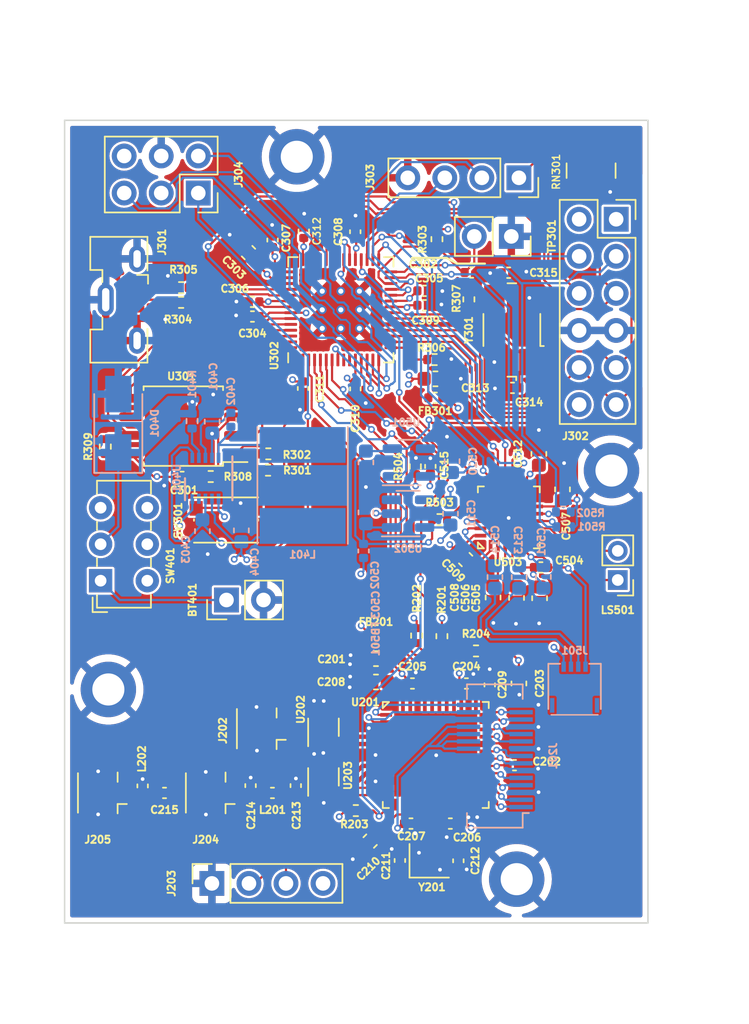
<source format=kicad_pcb>
(kicad_pcb (version 20211014) (generator pcbnew)

  (general
    (thickness 1.723)
  )

  (paper "A4")
  (layers
    (0 "F.Cu" signal)
    (1 "In1.Cu" signal)
    (2 "In2.Cu" signal)
    (31 "B.Cu" signal)
    (32 "B.Adhes" user "B.Adhesive")
    (33 "F.Adhes" user "F.Adhesive")
    (34 "B.Paste" user)
    (35 "F.Paste" user)
    (36 "B.SilkS" user "B.Silkscreen")
    (37 "F.SilkS" user "F.Silkscreen")
    (38 "B.Mask" user)
    (39 "F.Mask" user)
    (40 "Dwgs.User" user "User.Drawings")
    (41 "Cmts.User" user "User.Comments")
    (42 "Eco1.User" user "User.Eco1")
    (43 "Eco2.User" user "User.Eco2")
    (44 "Edge.Cuts" user)
    (45 "Margin" user)
    (46 "B.CrtYd" user "B.Courtyard")
    (47 "F.CrtYd" user "F.Courtyard")
    (48 "B.Fab" user)
    (49 "F.Fab" user)
    (50 "User.1" user)
    (51 "User.2" user)
    (52 "User.3" user)
    (53 "User.4" user)
    (54 "User.5" user)
    (55 "User.6" user)
    (56 "User.7" user)
    (57 "User.8" user)
    (58 "User.9" user)
  )

  (setup
    (stackup
      (layer "F.SilkS" (type "Top Silk Screen"))
      (layer "F.Paste" (type "Top Solder Paste"))
      (layer "F.Mask" (type "Top Solder Mask") (thickness 0.01))
      (layer "F.Cu" (type "copper") (thickness 0.035))
      (layer "dielectric 1" (type "core") (thickness 0.2021) (material "FR4") (epsilon_r 4.5) (loss_tangent 0.02))
      (layer "In1.Cu" (type "copper") (thickness 0.0175))
      (layer "dielectric 2" (type "prepreg") (thickness 1.1938) (material "FR4") (epsilon_r 4.5) (loss_tangent 0.02))
      (layer "In2.Cu" (type "copper") (thickness 0.0175))
      (layer "dielectric 3" (type "core") (thickness 0.2021) (material "FR4") (epsilon_r 4.5) (loss_tangent 0.02))
      (layer "B.Cu" (type "copper") (thickness 0.035))
      (layer "B.Mask" (type "Bottom Solder Mask") (thickness 0.01))
      (layer "B.Paste" (type "Bottom Solder Paste"))
      (layer "B.SilkS" (type "Bottom Silk Screen"))
      (copper_finish "Immersion gold")
      (dielectric_constraints no)
    )
    (pad_to_mask_clearance 0)
    (pcbplotparams
      (layerselection 0x00010fc_ffffffff)
      (disableapertmacros false)
      (usegerberextensions false)
      (usegerberattributes true)
      (usegerberadvancedattributes true)
      (creategerberjobfile true)
      (svguseinch false)
      (svgprecision 6)
      (excludeedgelayer true)
      (plotframeref false)
      (viasonmask false)
      (mode 1)
      (useauxorigin false)
      (hpglpennumber 1)
      (hpglpenspeed 20)
      (hpglpendiameter 15.000000)
      (dxfpolygonmode true)
      (dxfimperialunits true)
      (dxfusepcbnewfont true)
      (psnegative false)
      (psa4output false)
      (plotreference true)
      (plotvalue true)
      (plotinvisibletext false)
      (sketchpadsonfab false)
      (subtractmaskfromsilk false)
      (outputformat 1)
      (mirror false)
      (drillshape 1)
      (scaleselection 1)
      (outputdirectory "")
    )
  )

  (net 0 "")
  (net 1 "Net-(BT401-Pad1)")
  (net 2 "GND")
  (net 3 "/RF/DEVDD_3V3")
  (net 4 "Net-(C208-Pad1)")
  (net 5 "Net-(C209-Pad1)")
  (net 6 "Net-(C210-Pad1)")
  (net 7 "/RF/XTAL0")
  (net 8 "/RF/XTAL1")
  (net 9 "/RF/RF09_UNBAL")
  (net 10 "Net-(C214-Pad1)")
  (net 11 "/RF/RF09_CONN")
  (net 12 "/rp2040/RPI_3V3")
  (net 13 "/power/PGOOD")
  (net 14 "/rp2040/RPI_1V1")
  (net 15 "/rp2040/XIN")
  (net 16 "Net-(C315-Pad1)")
  (net 17 "Net-(C401-Pad1)")
  (net 18 "Net-(C402-Pad1)")
  (net 19 "Net-(C402-Pad2)")
  (net 20 "/power/VBIAS")
  (net 21 "/rp2040/PER_3V3")
  (net 22 "/audio/AVDD_1V8")
  (net 23 "GNDA")
  (net 24 "/audio/DVDDIO_3V3")
  (net 25 "Net-(C505-Pad2)")
  (net 26 "Net-(C506-Pad2)")
  (net 27 "Net-(C508-Pad2)")
  (net 28 "Net-(C509-Pad2)")
  (net 29 "/audio/DVDD_1V8")
  (net 30 "/audio/MIC_N")
  (net 31 "Net-(C513-Pad2)")
  (net 32 "Net-(C514-Pad1)")
  (net 33 "/audio/MIC_P")
  (net 34 "/power/VUSB")
  (net 35 "/RF/FE24_A")
  (net 36 "/RF/FE24_B")
  (net 37 "/RF/RXCLK_P")
  (net 38 "/RF/RXCLK_N")
  (net 39 "/RF/RXD24_P")
  (net 40 "/RF/RXD24_N")
  (net 41 "/RF/RXD09_P")
  (net 42 "/RF/RX09D_N")
  (net 43 "/RF/RF09_P")
  (net 44 "/RF/RF09_N")
  (net 45 "/RF/RF24_P")
  (net 46 "/RF/RF24_N")
  (net 47 "/RF/TXCLK_P")
  (net 48 "/RF/TXCLK_N")
  (net 49 "/RF/TXD_P")
  (net 50 "/RF/TXD_N")
  (net 51 "Net-(J202-Pad1)")
  (net 52 "/RF/FE09_A")
  (net 53 "/RF/FE09_B")
  (net 54 "/rp2040/USB_P")
  (net 55 "unconnected-(J301-Pad4)")
  (net 56 "/rp2040/USB_N")
  (net 57 "/audio/MAX_SCL")
  (net 58 "/audio/MAX_SDA")
  (net 59 "/rp2040/PER_IRQ")
  (net 60 "/rp2040/VOLUME")
  (net 61 "/rp2040/BOOST")
  (net 62 "/rp2040/PTT")
  (net 63 "/rp2040/SIGNAL_DETECT")
  (net 64 "/rp2040/TX_ACTIVE")
  (net 65 "/rp2040/SWCLK")
  (net 66 "/rp2040/SWDIO")
  (net 67 "/rp2040/FPGA_MISO")
  (net 68 "/rp2040/FPGA_CSN")
  (net 69 "/rp2040/FPGA_MOSI")
  (net 70 "/rp2040/FPGA_SCK")
  (net 71 "/audio/SPKR+")
  (net 72 "/audio/SPKR-")
  (net 73 "/RF/AT86RF_SCK")
  (net 74 "/RF/AT86RF_CSN")
  (net 75 "/RF/AT86RF_RSTN")
  (net 76 "/RF/AT86RF_IRQ")
  (net 77 "/rp2040/FLASH_CSN")
  (net 78 "Net-(R302-Pad2)")
  (net 79 "Net-(R304-Pad1)")
  (net 80 "Net-(R305-Pad1)")
  (net 81 "/rp2040/XOUT")
  (net 82 "Net-(R401-Pad2)")
  (net 83 "/audio/MAX_IRQ")
  (net 84 "unconnected-(SW401-Pad3)")
  (net 85 "unconnected-(U201-Pad22)")
  (net 86 "/RF/AT86RF_MOSI")
  (net 87 "/RF/AT86RF_MISO")
  (net 88 "/rp2040/FLASH_SDO")
  (net 89 "/rp2040/FLASH_IO2")
  (net 90 "/rp2040/FLASH_SDI")
  (net 91 "/rp2040/FLASH_SCK")
  (net 92 "/rp2040/FLASH_IO3")
  (net 93 "unconnected-(U302-Pad41)")
  (net 94 "unconnected-(U302-Pad40)")
  (net 95 "/rp2040/BAT_SENSE")
  (net 96 "unconnected-(U302-Pad37)")
  (net 97 "/audio/BCLK")
  (net 98 "/audio/MCLK")
  (net 99 "/audio/SDOUT")
  (net 100 "/audio/SDIN")
  (net 101 "/audio/LRCLK")
  (net 102 "unconnected-(U302-Pad9)")
  (net 103 "unconnected-(U302-Pad8)")
  (net 104 "unconnected-(U401-Pad11)")
  (net 105 "unconnected-(U501-Pad4)")
  (net 106 "unconnected-(U502-Pad4)")
  (net 107 "unconnected-(U503-Pad20)")
  (net 108 "unconnected-(U503-Pad21)")

  (footprint "Capacitor_SMD:C_0402_1005Metric" (layer "F.Cu") (at 30.74 63.06 180))

  (footprint "footprints2:AT86RF215-ZU" (layer "F.Cu") (at 41.94 60.46))

  (footprint "Capacitor_SMD:C_0402_1005Metric" (layer "F.Cu") (at 41.91 35.985 180))

  (footprint "Capacitor_SMD:C_0603_1608Metric" (layer "F.Cu") (at 49.01 39.83 90))

  (footprint "MountingHole:MountingHole_2.2mm_M2_ISO14580_Pad" (layer "F.Cu") (at 19.49 55.97))

  (footprint "Button_Switch_THT:SW_E-Switch_EG1271_DPDT" (layer "F.Cu") (at 18.96 48.5175 90))

  (footprint "Capacitor_SMD:C_0402_1005Metric" (layer "F.Cu") (at 39.48 67.69 -90))

  (footprint "Capacitor_SMD:C_0402_1005Metric" (layer "F.Cu") (at 29.24 62.56 90))

  (footprint "Capacitor_SMD:C_0402_1005Metric" (layer "F.Cu") (at 23.34 63.06 180))

  (footprint "Capacitor_SMD:C_0402_1005Metric" (layer "F.Cu") (at 32.84 35.345 -90))

  (footprint "Capacitor_SMD:C_0603_1608Metric" (layer "F.Cu") (at 49.06 49.72 90))

  (footprint "Capacitor_SMD:C_0603_1608Metric" (layer "F.Cu") (at 41.92 34.685))

  (footprint "Capacitor_SMD:C_0402_1005Metric" (layer "F.Cu") (at 44.04 55.56))

  (footprint "Capacitor_SMD:C_0402_1005Metric" (layer "F.Cu") (at 44.4 27.395))

  (footprint "Capacitor_SMD:C_0402_1005Metric" (layer "F.Cu") (at 49.15 47.61 180))

  (footprint "RF_Converter:Balun_Johanson_0896BM15A0001" (layer "F.Cu") (at 34.24 61.96 90))

  (footprint "Capacitor_SMD:C_0402_1005Metric" (layer "F.Cu") (at 29.36 29.405 180))

  (footprint "Capacitor_SMD:C_0603_1608Metric" (layer "F.Cu") (at 43.99 47.07 -45))

  (footprint "Connector_PinSocket_2.54mm:PinSocket_2x03_P2.54mm_Vertical" (layer "F.Cu") (at 25.655 21.955 -90))

  (footprint "MountingHole:MountingHole_2.2mm_M2_ISO14580_Pad" (layer "F.Cu") (at 53.99 40.97))

  (footprint "footprints:max9860etg&plus_" (layer "F.Cu") (at 46.95 44.18 90))

  (footprint "Capacitor_SMD:C_0402_1005Metric" (layer "F.Cu") (at 21.84 62.58 90))

  (footprint "Crystal:Crystal_SMD_0603-4Pin_6.0x3.5mm" (layer "F.Cu") (at 47.1575 31.3375 90))

  (footprint "Button_Switch_SMD:SW_Push_1P1T_NO_CK_KMR2" (layer "F.Cu") (at 27.56 44.36))

  (footprint "Connector_Coaxial:U.FL_Hirose_U.FL-R-SMT-1_Vertical" (layer "F.Cu") (at 26.64 63.06 180))

  (footprint "Resistor_SMD:R_0402_1005Metric" (layer "F.Cu") (at 36.46 64.27 180))

  (footprint "Capacitor_SMD:C_0402_1005Metric" (layer "F.Cu") (at 45.64 55.66 90))

  (footprint "Resistor_SMD:R_0402_1005Metric" (layer "F.Cu") (at 42.02 25.115 -90))

  (footprint "Resistor_SMD:R_0402_1005Metric" (layer "F.Cu") (at 30.46 39.825))

  (footprint "Capacitor_SMD:C_0402_1005Metric" (layer "F.Cu") (at 41.57 40.68 90))

  (footprint "Capacitor_SMD:C_0402_1005Metric" (layer "F.Cu") (at 47.2 35.305 180))

  (footprint "Resistor_SMD:R_0402_1005Metric" (layer "F.Cu") (at 26.51 41.38))

  (footprint "Package_SO:SOIC-8_5.23x5.23mm_P1.27mm" (layer "F.Cu") (at 24.63 37.925 180))

  (footprint "Connector_PinHeader_2.00mm:PinHeader_1x02_P2.00mm_Vertical" (layer "F.Cu") (at 54.42 48.47 180))

  (footprint "Resistor_SMD:R_0402_1005Metric" (layer "F.Cu") (at 42.2 44.33))

  (footprint "Connector_PinSocket_2.54mm:PinSocket_2x06_P2.54mm_Vertical" (layer "F.Cu") (at 54.31 23.75))

  (footprint "Connector_PinHeader_2.54mm:PinHeader_1x02_P2.54mm_Vertical" (layer "F.Cu") (at 27.59 49.84 90))

  (footprint "Capacitor_SMD:C_0402_1005Metric" (layer "F.Cu")
    (tedit 5F68FEEE) (tstamp 6bacc7bd-d8eb-4b34-a70a-4cf97da8a408)
    (at 47.34 61.16)
    (descr "Capacitor SMD 0402 (1005 Metric), square (rectangular) end terminal, IPC_7351 nominal, (Body size source: IPC-SM-782 page 76, https://www.pcb-3d.com/wordpress/wp-content/uploads/ipc-sm-782a_amendment_1_and_2.pdf), generated with kicad-footprint-generator")
    (tags "capacitor")
    (property "Digikey" "1276-1043-1-ND")
    (property "Sheetfile" "rf.kicad_sch")
    (property "Sheetname" "RF")
    (path "/65604e11-f72c-4f81-88ac-66de2086c286/0c7e8728-2685-4d65-8c94-b144dc593de9")
    (attr smd)
    (fp_text reference "C202" (at 2.21 -0.25) (layer "F.SilkS")
      (effects (font (size 0.5 0.5) (thickness 0.15)))
      (tstamp e5d75fcf-c27b-492d-9112-d9b7bbf221d8)
    )
    (fp_text value "0.1 uF" (at 0 1.16) (layer "F.Fab")
      (effects (font (size 1 1) (thickness 0.15)))
      (tstamp dca79c61-daa5-49f7-ba3d-223a80b0c60e)
    )
    (fp
... [1715244 chars truncated]
</source>
